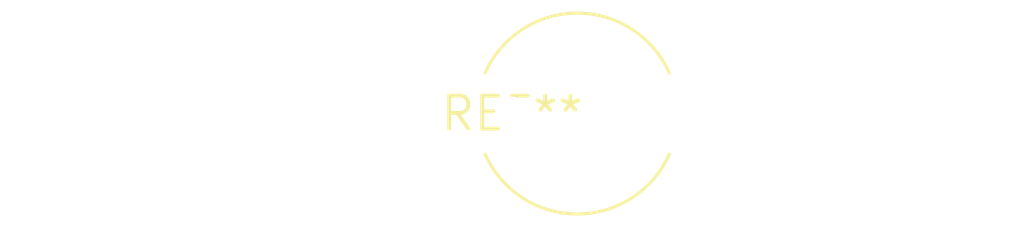
<source format=kicad_pcb>
(kicad_pcb (version 20240108) (generator pcbnew)
  (layers (0 "F.Cu" signal) (31 "B.Cu" signal) (34 "B.Paste" user) (35 "F.Paste" user) (36 "B.SilkS" user "B.Silkscreen") (37 "F.SilkS" user "F.Silkscreen") (38 "B.Mask" user) (39 "F.Mask" user) (44 "Edge.Cuts" user))
  (net 0 "")
  (footprint "L_Radial_D7.5mm_P5.00mm_Fastron_07P" (layer "F.Cu") (at 0 0)
    (property "Reference" "REF**")
    (property "Value" "L_Radial_D7.5mm_P5.00mm_Fastron_07P")
    (fp_arc (start -1.041652 -1.56) (mid 2.5 -3.87) (end 6.041652 -1.56) (layer "F.SilkS") (stroke (width 0.12)))
    (fp_arc (start 6.041652 1.56) (mid 2.5 3.87) (end -1.041652 1.56) (layer "F.SilkS") (stroke (width 0.12)))
    (pad "1" thru_hole circle (at 0 0) (size 2.6 2.6) (drill 1.3) (layers *.Cu *.Mask) (remove_unused_layers))
    (pad "2" thru_hole circle (at 5 0) (size 2.6 2.6) (drill 1.3) (layers *.Cu *.Mask) (remove_unused_layers))
  )
)
</source>
